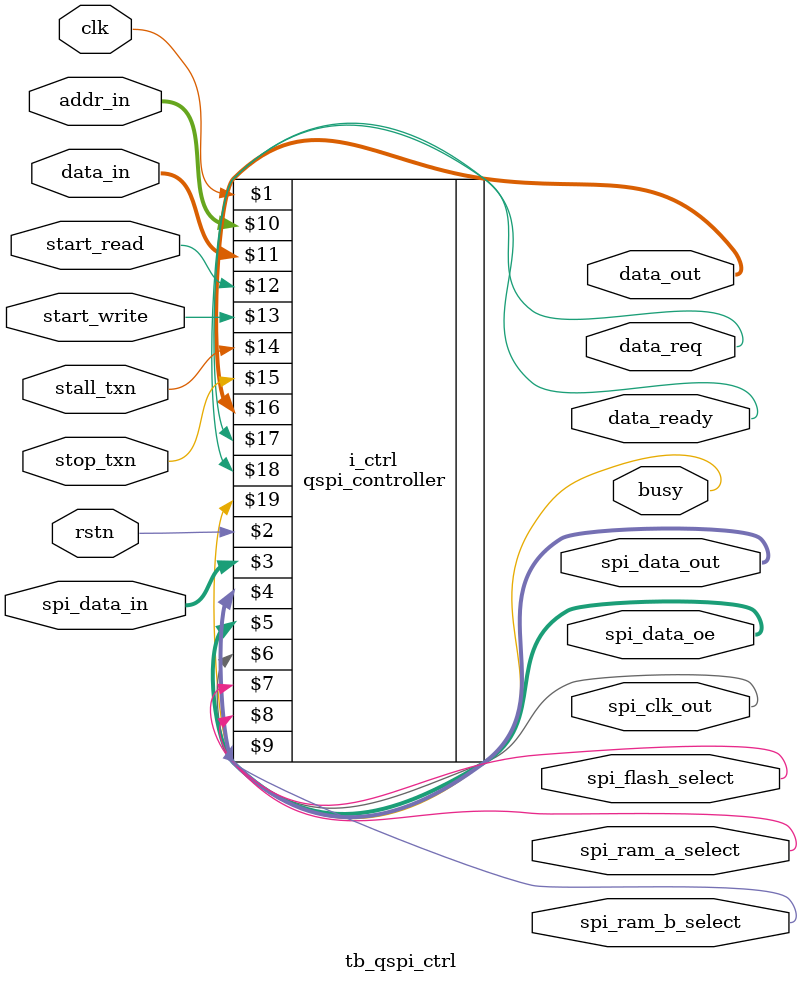
<source format=v>
/* A RISC-V core designed to use minimal area.
  
   Aim is to support RV32E 
 */

module tb_qspi_ctrl (
    input clk,
    input rstn,

    // External SPI interface
    input      [3:0] spi_data_in,
    output     [3:0] spi_data_out,
    output     [3:0] spi_data_oe,
    output           spi_clk_out,

    output           spi_flash_select,
    output           spi_ram_a_select,
    output           spi_ram_b_select,

    // Internal interface for reading/writing data
    input [24:0] addr_in,
    input  [7:0] data_in,
    input        start_read,
    input        start_write,
    input        stall_txn,
    input        stop_txn,

    output [7:0] data_out,
    output       data_req,
    output       data_ready,
    output       busy
);

`ifdef COCOTB_SIM
initial begin
  $dumpfile ("qspi_ctrl.vcd");
  $dumpvars (0, tb_qspi_ctrl);
  #1;
end
`endif

    qspi_controller i_ctrl(
        clk,
        rstn,

        spi_data_in,
        spi_data_out,
        spi_data_oe,
        spi_clk_out,

        spi_flash_select,
        spi_ram_a_select,
        spi_ram_b_select,

        addr_in,
        data_in,
        start_read,
        start_write,
        stall_txn,
        stop_txn,

        data_out,
        data_req,
        data_ready,
        busy
    );

endmodule
</source>
